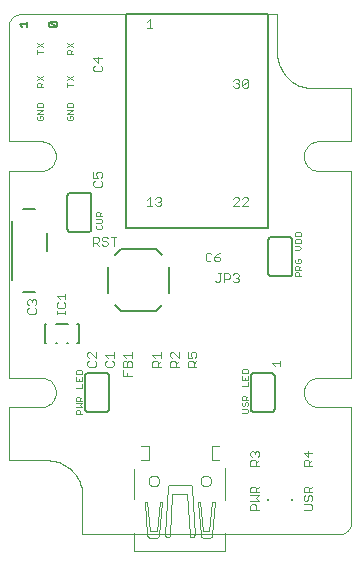
<source format=gto>
G75*
G70*
%OFA0B0*%
%FSLAX24Y24*%
%IPPOS*%
%LPD*%
%AMOC8*
5,1,8,0,0,1.08239X$1,22.5*
%
%ADD10C,0.0040*%
%ADD11C,0.0000*%
%ADD12C,0.0050*%
%ADD13C,0.0030*%
%ADD14C,0.0060*%
%ADD15R,0.0079X0.0079*%
%ADD16C,0.0020*%
%ADD17C,0.0080*%
D10*
X004690Y004889D02*
X004690Y004990D01*
X004723Y005023D01*
X004790Y005023D01*
X004823Y004990D01*
X004823Y004889D01*
X004890Y004889D02*
X004690Y004889D01*
X004690Y005110D02*
X004890Y005110D01*
X004823Y005177D01*
X004890Y005244D01*
X004690Y005244D01*
X004690Y005331D02*
X004690Y005431D01*
X004723Y005465D01*
X004790Y005465D01*
X004823Y005431D01*
X004823Y005331D01*
X004890Y005331D02*
X004690Y005331D01*
X004823Y005398D02*
X004890Y005465D01*
X004890Y005773D02*
X004690Y005773D01*
X004890Y005773D02*
X004890Y005907D01*
X004890Y005994D02*
X004890Y006128D01*
X004890Y006215D02*
X004890Y006315D01*
X004857Y006349D01*
X004723Y006349D01*
X004690Y006315D01*
X004690Y006215D01*
X004890Y006215D01*
X004790Y006061D02*
X004790Y005994D01*
X004690Y005994D02*
X004890Y005994D01*
X004690Y005994D02*
X004690Y006128D01*
X006828Y003817D02*
X007114Y003817D01*
X007114Y003372D01*
X006828Y003372D01*
X006622Y003046D02*
X006622Y002048D01*
X006972Y001944D02*
X007054Y001944D01*
X007156Y001004D01*
X007360Y001004D01*
X007462Y001944D01*
X007544Y001944D01*
X007442Y000861D01*
X007442Y000860D02*
X007438Y000841D01*
X007432Y000822D01*
X007422Y000805D01*
X007410Y000789D01*
X007395Y000776D01*
X007378Y000765D01*
X007360Y000758D01*
X007135Y000758D02*
X007117Y000765D01*
X007100Y000776D01*
X007085Y000789D01*
X007073Y000805D01*
X007063Y000822D01*
X007057Y000841D01*
X007053Y000860D01*
X007054Y000861D02*
X006972Y001944D01*
X007136Y000759D02*
X007173Y000750D01*
X007210Y000744D01*
X007248Y000742D01*
X007286Y000744D01*
X007323Y000750D01*
X007360Y000759D01*
X007646Y000861D02*
X007728Y002455D01*
X007727Y002455D02*
X007730Y002473D01*
X007737Y002490D01*
X007746Y002505D01*
X007759Y002518D01*
X007774Y002527D01*
X007791Y002534D01*
X007809Y002537D01*
X007810Y002537D02*
X008464Y002537D01*
X008482Y002534D01*
X008499Y002527D01*
X008514Y002518D01*
X008527Y002505D01*
X008536Y002490D01*
X008543Y002473D01*
X008546Y002455D01*
X008545Y002455D02*
X008627Y000861D01*
X008625Y000845D01*
X008621Y000830D01*
X008613Y000815D01*
X008603Y000803D01*
X008591Y000793D01*
X008576Y000785D01*
X008561Y000781D01*
X008545Y000779D01*
X008529Y000781D01*
X008514Y000785D01*
X008499Y000793D01*
X008487Y000803D01*
X008477Y000815D01*
X008469Y000830D01*
X008465Y000845D01*
X008463Y000861D01*
X008464Y000861D02*
X008382Y002209D01*
X007891Y002209D01*
X007810Y000861D01*
X007808Y000845D01*
X007804Y000830D01*
X007796Y000815D01*
X007786Y000803D01*
X007774Y000793D01*
X007759Y000785D01*
X007744Y000781D01*
X007728Y000779D01*
X007728Y000779D01*
X007712Y000781D01*
X007697Y000785D01*
X007682Y000793D01*
X007670Y000803D01*
X007660Y000815D01*
X007652Y000830D01*
X007648Y000845D01*
X007646Y000861D01*
X006624Y000921D02*
X006624Y000329D01*
X009649Y000329D01*
X009649Y000921D01*
X009220Y000861D02*
X009302Y001944D01*
X009220Y001944D01*
X009118Y001004D01*
X008913Y001004D01*
X008811Y001944D01*
X008729Y001944D01*
X008832Y000861D01*
X008831Y000860D02*
X008835Y000841D01*
X008841Y000822D01*
X008851Y000805D01*
X008863Y000789D01*
X008878Y000776D01*
X008895Y000765D01*
X008913Y000758D01*
X009138Y000758D02*
X009156Y000765D01*
X009173Y000776D01*
X009188Y000789D01*
X009200Y000805D01*
X009210Y000822D01*
X009216Y000841D01*
X009220Y000860D01*
X009138Y000759D02*
X009101Y000750D01*
X009064Y000744D01*
X009026Y000742D01*
X008988Y000744D01*
X008951Y000750D01*
X008914Y000759D01*
X009649Y000329D02*
X009649Y000329D01*
X009651Y000327D02*
X006622Y000327D01*
X009200Y003372D02*
X009200Y003823D01*
X009449Y003823D01*
X009445Y003372D02*
X009200Y003372D01*
X009651Y003086D02*
X009651Y002028D01*
X010202Y004925D02*
X010368Y004925D01*
X010402Y004958D01*
X010402Y005025D01*
X010368Y005058D01*
X010202Y005058D01*
X010235Y005146D02*
X010268Y005146D01*
X010302Y005179D01*
X010302Y005246D01*
X010335Y005279D01*
X010368Y005279D01*
X010402Y005246D01*
X010402Y005179D01*
X010368Y005146D01*
X010235Y005146D02*
X010202Y005179D01*
X010202Y005246D01*
X010235Y005279D01*
X010202Y005367D02*
X010202Y005467D01*
X010235Y005500D01*
X010302Y005500D01*
X010335Y005467D01*
X010335Y005367D01*
X010335Y005434D02*
X010402Y005500D01*
X010402Y005367D02*
X010202Y005367D01*
X010202Y005809D02*
X010402Y005809D01*
X010402Y005942D01*
X010402Y006030D02*
X010402Y006163D01*
X010402Y006251D02*
X010402Y006351D01*
X010368Y006384D01*
X010235Y006384D01*
X010202Y006351D01*
X010202Y006251D01*
X010402Y006251D01*
X010302Y006097D02*
X010302Y006030D01*
X010202Y006030D02*
X010402Y006030D01*
X010202Y006030D02*
X010202Y006163D01*
X011973Y009484D02*
X011973Y009584D01*
X012007Y009617D01*
X012073Y009617D01*
X012107Y009584D01*
X012107Y009484D01*
X012173Y009484D02*
X011973Y009484D01*
X011973Y009705D02*
X011973Y009805D01*
X012007Y009838D01*
X012073Y009838D01*
X012107Y009805D01*
X012107Y009705D01*
X012173Y009705D02*
X011973Y009705D01*
X012107Y009772D02*
X012173Y009838D01*
X012140Y009926D02*
X012007Y009926D01*
X011973Y009959D01*
X011973Y010026D01*
X012007Y010059D01*
X012073Y010059D02*
X012073Y009993D01*
X012073Y010059D02*
X012140Y010059D01*
X012173Y010026D01*
X012173Y009959D01*
X012140Y009926D01*
X012107Y010368D02*
X011973Y010368D01*
X011973Y010501D02*
X012107Y010501D01*
X012173Y010435D01*
X012107Y010368D01*
X012173Y010589D02*
X011973Y010589D01*
X011973Y010689D01*
X012007Y010722D01*
X012140Y010722D01*
X012173Y010689D01*
X012173Y010589D01*
X012173Y010810D02*
X011973Y010810D01*
X011973Y010910D01*
X012007Y010943D01*
X012140Y010943D01*
X012173Y010910D01*
X012173Y010810D01*
X005558Y011079D02*
X005558Y011145D01*
X005524Y011179D01*
X005524Y011266D02*
X005358Y011266D01*
X005391Y011179D02*
X005358Y011145D01*
X005358Y011079D01*
X005391Y011045D01*
X005524Y011045D01*
X005558Y011079D01*
X005524Y011266D02*
X005558Y011300D01*
X005558Y011366D01*
X005524Y011400D01*
X005358Y011400D01*
X005358Y011487D02*
X005358Y011587D01*
X005391Y011621D01*
X005458Y011621D01*
X005491Y011587D01*
X005491Y011487D01*
X005558Y011487D02*
X005358Y011487D01*
X005491Y011554D02*
X005558Y011621D01*
X004540Y014687D02*
X004407Y014687D01*
X004373Y014720D01*
X004373Y014787D01*
X004407Y014821D01*
X004473Y014821D02*
X004473Y014754D01*
X004473Y014821D02*
X004540Y014821D01*
X004573Y014787D01*
X004573Y014720D01*
X004540Y014687D01*
X004573Y014908D02*
X004373Y014908D01*
X004573Y015041D01*
X004373Y015041D01*
X004373Y015129D02*
X004373Y015229D01*
X004407Y015262D01*
X004540Y015262D01*
X004573Y015229D01*
X004573Y015129D01*
X004373Y015129D01*
X004373Y015792D02*
X004373Y015925D01*
X004373Y015859D02*
X004573Y015859D01*
X004573Y016013D02*
X004373Y016146D01*
X004373Y016013D02*
X004573Y016146D01*
X004573Y016897D02*
X004373Y016897D01*
X004373Y016997D01*
X004407Y017030D01*
X004473Y017030D01*
X004507Y016997D01*
X004507Y016897D01*
X004507Y016964D02*
X004573Y017030D01*
X004573Y017118D02*
X004373Y017251D01*
X004373Y017118D02*
X004573Y017251D01*
X003589Y017251D02*
X003389Y017118D01*
X003389Y017030D02*
X003389Y016897D01*
X003389Y016964D02*
X003589Y016964D01*
X003589Y017118D02*
X003389Y017251D01*
X003389Y016146D02*
X003589Y016013D01*
X003589Y015925D02*
X003522Y015859D01*
X003522Y015892D02*
X003522Y015792D01*
X003589Y015792D02*
X003389Y015792D01*
X003389Y015892D01*
X003422Y015925D01*
X003489Y015925D01*
X003522Y015892D01*
X003389Y016013D02*
X003589Y016146D01*
X003556Y015262D02*
X003422Y015262D01*
X003389Y015229D01*
X003389Y015129D01*
X003589Y015129D01*
X003589Y015229D01*
X003556Y015262D01*
X003589Y015041D02*
X003389Y015041D01*
X003389Y014908D02*
X003589Y015041D01*
X003589Y014908D02*
X003389Y014908D01*
X003422Y014821D02*
X003389Y014787D01*
X003389Y014720D01*
X003422Y014687D01*
X003556Y014687D01*
X003589Y014720D01*
X003589Y014787D01*
X003556Y014821D01*
X003489Y014821D01*
X003489Y014754D01*
D11*
X003708Y003348D02*
X002428Y003348D01*
X002428Y005120D01*
X003511Y005120D01*
X003554Y005122D01*
X003596Y005127D01*
X003638Y005137D01*
X003679Y005150D01*
X003719Y005166D01*
X003757Y005186D01*
X003793Y005209D01*
X003827Y005235D01*
X003859Y005264D01*
X003888Y005296D01*
X003914Y005330D01*
X003937Y005366D01*
X003957Y005404D01*
X003973Y005444D01*
X003986Y005485D01*
X003996Y005527D01*
X004001Y005569D01*
X004003Y005612D01*
X004001Y005655D01*
X003996Y005697D01*
X003986Y005739D01*
X003973Y005780D01*
X003957Y005820D01*
X003937Y005858D01*
X003914Y005894D01*
X003888Y005928D01*
X003859Y005960D01*
X003827Y005989D01*
X003793Y006015D01*
X003757Y006038D01*
X003719Y006058D01*
X003679Y006074D01*
X003638Y006087D01*
X003596Y006097D01*
X003554Y006102D01*
X003511Y006104D01*
X002428Y006104D01*
X002428Y012994D01*
X003511Y012994D01*
X003554Y012996D01*
X003596Y013001D01*
X003638Y013011D01*
X003679Y013024D01*
X003719Y013040D01*
X003757Y013060D01*
X003793Y013083D01*
X003827Y013109D01*
X003859Y013138D01*
X003888Y013170D01*
X003914Y013204D01*
X003937Y013240D01*
X003957Y013278D01*
X003973Y013318D01*
X003986Y013359D01*
X003996Y013401D01*
X004001Y013443D01*
X004003Y013486D01*
X004001Y013529D01*
X003996Y013571D01*
X003986Y013613D01*
X003973Y013654D01*
X003957Y013694D01*
X003937Y013732D01*
X003914Y013768D01*
X003888Y013802D01*
X003859Y013834D01*
X003827Y013863D01*
X003793Y013889D01*
X003757Y013912D01*
X003719Y013932D01*
X003679Y013948D01*
X003638Y013961D01*
X003596Y013971D01*
X003554Y013976D01*
X003511Y013978D01*
X002428Y013978D01*
X002428Y017817D01*
X002430Y017856D01*
X002436Y017894D01*
X002445Y017931D01*
X002458Y017968D01*
X002475Y018003D01*
X002494Y018036D01*
X002517Y018067D01*
X002543Y018096D01*
X002572Y018122D01*
X002603Y018145D01*
X002636Y018164D01*
X002671Y018181D01*
X002708Y018194D01*
X002745Y018203D01*
X002783Y018209D01*
X002822Y018211D01*
X002822Y018210D02*
X011385Y018210D01*
X011385Y016931D01*
X011387Y016865D01*
X011392Y016799D01*
X011402Y016733D01*
X011415Y016668D01*
X011431Y016604D01*
X011451Y016541D01*
X011475Y016479D01*
X011502Y016419D01*
X011532Y016360D01*
X011566Y016303D01*
X011603Y016248D01*
X011643Y016195D01*
X011685Y016144D01*
X011731Y016096D01*
X011779Y016050D01*
X011830Y016008D01*
X011883Y015968D01*
X011938Y015931D01*
X011995Y015897D01*
X012054Y015867D01*
X012114Y015840D01*
X012176Y015816D01*
X012239Y015796D01*
X012303Y015780D01*
X012368Y015767D01*
X012434Y015757D01*
X012500Y015752D01*
X012566Y015750D01*
X013845Y015750D01*
X013845Y013978D01*
X012763Y013978D01*
X012720Y013976D01*
X012678Y013971D01*
X012636Y013961D01*
X012595Y013948D01*
X012555Y013932D01*
X012517Y013912D01*
X012481Y013889D01*
X012447Y013863D01*
X012415Y013834D01*
X012386Y013802D01*
X012360Y013768D01*
X012337Y013732D01*
X012317Y013694D01*
X012301Y013654D01*
X012288Y013613D01*
X012278Y013571D01*
X012273Y013529D01*
X012271Y013486D01*
X012273Y013443D01*
X012278Y013401D01*
X012288Y013359D01*
X012301Y013318D01*
X012317Y013278D01*
X012337Y013240D01*
X012360Y013204D01*
X012386Y013170D01*
X012415Y013138D01*
X012447Y013109D01*
X012481Y013083D01*
X012517Y013060D01*
X012555Y013040D01*
X012595Y013024D01*
X012636Y013011D01*
X012678Y013001D01*
X012720Y012996D01*
X012763Y012994D01*
X013845Y012994D01*
X013845Y006104D01*
X012763Y006104D01*
X012720Y006102D01*
X012678Y006097D01*
X012636Y006087D01*
X012595Y006074D01*
X012555Y006058D01*
X012517Y006038D01*
X012481Y006015D01*
X012447Y005989D01*
X012415Y005960D01*
X012386Y005928D01*
X012360Y005894D01*
X012337Y005858D01*
X012317Y005820D01*
X012301Y005780D01*
X012288Y005739D01*
X012278Y005697D01*
X012273Y005655D01*
X012271Y005612D01*
X012273Y005569D01*
X012278Y005527D01*
X012288Y005485D01*
X012301Y005444D01*
X012317Y005404D01*
X012337Y005366D01*
X012360Y005330D01*
X012386Y005296D01*
X012415Y005264D01*
X012447Y005235D01*
X012481Y005209D01*
X012517Y005186D01*
X012555Y005166D01*
X012595Y005150D01*
X012636Y005137D01*
X012678Y005127D01*
X012720Y005122D01*
X012763Y005120D01*
X013845Y005120D01*
X013845Y001281D01*
X013846Y001281D02*
X013844Y001242D01*
X013838Y001204D01*
X013829Y001167D01*
X013816Y001130D01*
X013799Y001095D01*
X013780Y001062D01*
X013757Y001031D01*
X013731Y001002D01*
X013702Y000976D01*
X013671Y000953D01*
X013638Y000934D01*
X013603Y000917D01*
X013566Y000904D01*
X013529Y000895D01*
X013491Y000889D01*
X013452Y000887D01*
X013452Y000888D02*
X004889Y000888D01*
X004889Y002167D01*
X004887Y002233D01*
X004882Y002299D01*
X004872Y002365D01*
X004859Y002430D01*
X004843Y002494D01*
X004823Y002557D01*
X004799Y002619D01*
X004772Y002679D01*
X004742Y002738D01*
X004708Y002795D01*
X004671Y002850D01*
X004631Y002903D01*
X004589Y002954D01*
X004543Y003002D01*
X004495Y003048D01*
X004444Y003090D01*
X004391Y003130D01*
X004336Y003167D01*
X004279Y003201D01*
X004220Y003231D01*
X004160Y003258D01*
X004098Y003282D01*
X004035Y003302D01*
X003971Y003318D01*
X003906Y003331D01*
X003840Y003341D01*
X003774Y003346D01*
X003708Y003348D01*
X007094Y002659D02*
X007096Y002685D01*
X007102Y002711D01*
X007112Y002736D01*
X007125Y002759D01*
X007141Y002779D01*
X007161Y002797D01*
X007183Y002812D01*
X007206Y002824D01*
X007232Y002832D01*
X007258Y002836D01*
X007284Y002836D01*
X007310Y002832D01*
X007336Y002824D01*
X007360Y002812D01*
X007381Y002797D01*
X007401Y002779D01*
X007417Y002759D01*
X007430Y002736D01*
X007440Y002711D01*
X007446Y002685D01*
X007448Y002659D01*
X007446Y002633D01*
X007440Y002607D01*
X007430Y002582D01*
X007417Y002559D01*
X007401Y002539D01*
X007381Y002521D01*
X007359Y002506D01*
X007336Y002494D01*
X007310Y002486D01*
X007284Y002482D01*
X007258Y002482D01*
X007232Y002486D01*
X007206Y002494D01*
X007182Y002506D01*
X007161Y002521D01*
X007141Y002539D01*
X007125Y002559D01*
X007112Y002582D01*
X007102Y002607D01*
X007096Y002633D01*
X007094Y002659D01*
X008826Y002659D02*
X008828Y002685D01*
X008834Y002711D01*
X008844Y002736D01*
X008857Y002759D01*
X008873Y002779D01*
X008893Y002797D01*
X008915Y002812D01*
X008938Y002824D01*
X008964Y002832D01*
X008990Y002836D01*
X009016Y002836D01*
X009042Y002832D01*
X009068Y002824D01*
X009092Y002812D01*
X009113Y002797D01*
X009133Y002779D01*
X009149Y002759D01*
X009162Y002736D01*
X009172Y002711D01*
X009178Y002685D01*
X009180Y002659D01*
X009178Y002633D01*
X009172Y002607D01*
X009162Y002582D01*
X009149Y002559D01*
X009133Y002539D01*
X009113Y002521D01*
X009091Y002506D01*
X009068Y002494D01*
X009042Y002486D01*
X009016Y002482D01*
X008990Y002482D01*
X008964Y002486D01*
X008938Y002494D01*
X008914Y002506D01*
X008893Y002521D01*
X008873Y002539D01*
X008857Y002559D01*
X008844Y002582D01*
X008834Y002607D01*
X008828Y002633D01*
X008826Y002659D01*
D12*
X007349Y008328D02*
X006168Y008328D01*
X005971Y008525D01*
X005735Y008919D02*
X005735Y009785D01*
X005971Y010179D02*
X006168Y010376D01*
X007349Y010376D01*
X007546Y010179D01*
X007782Y009785D02*
X007782Y008919D01*
X007546Y008525D02*
X007349Y008328D01*
X006345Y011104D02*
X011089Y011104D01*
X011089Y018230D01*
X006345Y018230D01*
X006345Y011104D01*
X003708Y010927D02*
X003708Y010336D01*
X003314Y008958D02*
X002920Y008958D01*
X002527Y009352D02*
X002527Y011321D01*
X002920Y011714D02*
X003314Y011714D01*
D13*
X005252Y012521D02*
X005300Y012473D01*
X005494Y012473D01*
X005542Y012521D01*
X005542Y012618D01*
X005494Y012666D01*
X005494Y012767D02*
X005542Y012816D01*
X005542Y012912D01*
X005494Y012961D01*
X005397Y012961D01*
X005349Y012912D01*
X005349Y012864D01*
X005397Y012767D01*
X005252Y012767D01*
X005252Y012961D01*
X005300Y012666D02*
X005252Y012618D01*
X005252Y012521D01*
X005240Y010794D02*
X005385Y010794D01*
X005434Y010746D01*
X005434Y010649D01*
X005385Y010601D01*
X005240Y010601D01*
X005337Y010601D02*
X005434Y010504D01*
X005535Y010552D02*
X005583Y010504D01*
X005680Y010504D01*
X005728Y010552D01*
X005728Y010601D01*
X005680Y010649D01*
X005583Y010649D01*
X005535Y010697D01*
X005535Y010746D01*
X005583Y010794D01*
X005680Y010794D01*
X005728Y010746D01*
X005830Y010794D02*
X006023Y010794D01*
X005926Y010794D02*
X005926Y010504D01*
X005240Y010504D02*
X005240Y010794D01*
X004321Y008908D02*
X004321Y008714D01*
X004321Y008811D02*
X004030Y008811D01*
X004127Y008714D01*
X004079Y008613D02*
X004030Y008565D01*
X004030Y008468D01*
X004079Y008420D01*
X004272Y008420D01*
X004321Y008468D01*
X004321Y008565D01*
X004272Y008613D01*
X004321Y008320D02*
X004321Y008223D01*
X004321Y008272D02*
X004030Y008272D01*
X004030Y008320D02*
X004030Y008223D01*
X003344Y008280D02*
X003344Y008376D01*
X003296Y008425D01*
X003296Y008526D02*
X003344Y008574D01*
X003344Y008671D01*
X003296Y008719D01*
X003247Y008719D01*
X003199Y008671D01*
X003199Y008623D01*
X003199Y008671D02*
X003151Y008719D01*
X003102Y008719D01*
X003054Y008671D01*
X003054Y008574D01*
X003102Y008526D01*
X003102Y008425D02*
X003054Y008376D01*
X003054Y008280D01*
X003102Y008231D01*
X003296Y008231D01*
X003344Y008280D01*
X005055Y006909D02*
X005055Y006812D01*
X005103Y006763D01*
X005103Y006662D02*
X005055Y006614D01*
X005055Y006517D01*
X005103Y006469D01*
X005297Y006469D01*
X005345Y006517D01*
X005345Y006614D01*
X005297Y006662D01*
X005345Y006763D02*
X005152Y006957D01*
X005103Y006957D01*
X005055Y006909D01*
X005345Y006957D02*
X005345Y006763D01*
X005646Y006860D02*
X005742Y006763D01*
X005694Y006662D02*
X005646Y006614D01*
X005646Y006517D01*
X005694Y006469D01*
X005887Y006469D01*
X005936Y006517D01*
X005936Y006614D01*
X005887Y006662D01*
X005936Y006763D02*
X005936Y006957D01*
X005936Y006860D02*
X005646Y006860D01*
X006236Y006860D02*
X006526Y006860D01*
X006526Y006763D02*
X006526Y006957D01*
X006333Y006763D02*
X006236Y006860D01*
X006285Y006662D02*
X006333Y006662D01*
X006381Y006614D01*
X006381Y006469D01*
X006236Y006469D02*
X006236Y006614D01*
X006285Y006662D01*
X006381Y006614D02*
X006430Y006662D01*
X006478Y006662D01*
X006526Y006614D01*
X006526Y006469D01*
X006236Y006469D01*
X006236Y006368D02*
X006236Y006174D01*
X006526Y006174D01*
X006381Y006174D02*
X006381Y006271D01*
X007220Y006469D02*
X007220Y006614D01*
X007269Y006662D01*
X007366Y006662D01*
X007414Y006614D01*
X007414Y006469D01*
X007414Y006565D02*
X007511Y006662D01*
X007511Y006763D02*
X007511Y006957D01*
X007511Y006860D02*
X007220Y006860D01*
X007317Y006763D01*
X007220Y006469D02*
X007511Y006469D01*
X007811Y006469D02*
X007811Y006614D01*
X007859Y006662D01*
X007956Y006662D01*
X008004Y006614D01*
X008004Y006469D01*
X008004Y006565D02*
X008101Y006662D01*
X008101Y006763D02*
X007908Y006957D01*
X007859Y006957D01*
X007811Y006909D01*
X007811Y006812D01*
X007859Y006763D01*
X008101Y006763D02*
X008101Y006957D01*
X008401Y006957D02*
X008401Y006763D01*
X008547Y006763D01*
X008498Y006860D01*
X008498Y006909D01*
X008547Y006957D01*
X008643Y006957D01*
X008692Y006909D01*
X008692Y006812D01*
X008643Y006763D01*
X008692Y006662D02*
X008595Y006565D01*
X008595Y006614D02*
X008595Y006469D01*
X008692Y006469D02*
X008401Y006469D01*
X008401Y006614D01*
X008450Y006662D01*
X008547Y006662D01*
X008595Y006614D01*
X008101Y006469D02*
X007811Y006469D01*
X009365Y009292D02*
X009414Y009292D01*
X009462Y009341D01*
X009462Y009583D01*
X009414Y009583D02*
X009511Y009583D01*
X009612Y009583D02*
X009757Y009583D01*
X009805Y009534D01*
X009805Y009437D01*
X009757Y009389D01*
X009612Y009389D01*
X009612Y009292D02*
X009612Y009583D01*
X009906Y009534D02*
X009955Y009583D01*
X010052Y009583D01*
X010100Y009534D01*
X010100Y009486D01*
X010052Y009437D01*
X010100Y009389D01*
X010100Y009341D01*
X010052Y009292D01*
X009955Y009292D01*
X009906Y009341D01*
X010003Y009437D02*
X010052Y009437D01*
X009482Y010027D02*
X009482Y010075D01*
X009433Y010123D01*
X009288Y010123D01*
X009288Y010027D01*
X009337Y009978D01*
X009433Y009978D01*
X009482Y010027D01*
X009385Y010220D02*
X009288Y010123D01*
X009385Y010220D02*
X009482Y010268D01*
X009187Y010220D02*
X009139Y010268D01*
X009042Y010268D01*
X008994Y010220D01*
X008994Y010027D01*
X009042Y009978D01*
X009139Y009978D01*
X009187Y010027D01*
X009317Y009341D02*
X009365Y009292D01*
X009923Y011828D02*
X010117Y012021D01*
X010117Y012070D01*
X010069Y012118D01*
X009972Y012118D01*
X009923Y012070D01*
X009923Y011828D02*
X010117Y011828D01*
X010218Y011828D02*
X010412Y012021D01*
X010412Y012070D01*
X010363Y012118D01*
X010266Y012118D01*
X010218Y012070D01*
X010218Y011828D02*
X010412Y011828D01*
X010363Y015765D02*
X010266Y015765D01*
X010218Y015813D01*
X010412Y016007D01*
X010412Y015813D01*
X010363Y015765D01*
X010218Y015813D02*
X010218Y016007D01*
X010266Y016055D01*
X010363Y016055D01*
X010412Y016007D01*
X010117Y016007D02*
X010117Y015958D01*
X010069Y015910D01*
X010117Y015861D01*
X010117Y015813D01*
X010069Y015765D01*
X009972Y015765D01*
X009923Y015813D01*
X010020Y015910D02*
X010069Y015910D01*
X010117Y016007D02*
X010069Y016055D01*
X009972Y016055D01*
X009923Y016007D01*
X007223Y017753D02*
X007030Y017753D01*
X007126Y017753D02*
X007126Y018043D01*
X007030Y017946D01*
X005542Y016751D02*
X005252Y016751D01*
X005397Y016606D01*
X005397Y016799D01*
X005300Y016505D02*
X005252Y016456D01*
X005252Y016360D01*
X005300Y016311D01*
X005494Y016311D01*
X005542Y016360D01*
X005542Y016456D01*
X005494Y016505D01*
X007126Y012118D02*
X007126Y011828D01*
X007030Y011828D02*
X007223Y011828D01*
X007324Y011876D02*
X007373Y011828D01*
X007469Y011828D01*
X007518Y011876D01*
X007518Y011924D01*
X007469Y011973D01*
X007421Y011973D01*
X007469Y011973D02*
X007518Y012021D01*
X007518Y012070D01*
X007469Y012118D01*
X007373Y012118D01*
X007324Y012070D01*
X007126Y012118D02*
X007030Y012021D01*
X010537Y003654D02*
X010586Y003654D01*
X010634Y003606D01*
X010682Y003654D01*
X010731Y003654D01*
X010779Y003606D01*
X010779Y003509D01*
X010731Y003461D01*
X010779Y003360D02*
X010682Y003263D01*
X010682Y003311D02*
X010682Y003166D01*
X010779Y003166D02*
X010489Y003166D01*
X010489Y003311D01*
X010537Y003360D01*
X010634Y003360D01*
X010682Y003311D01*
X010537Y003461D02*
X010489Y003509D01*
X010489Y003606D01*
X010537Y003654D01*
X010634Y003606D02*
X010634Y003558D01*
X010634Y002473D02*
X010682Y002424D01*
X010682Y002279D01*
X010682Y002376D02*
X010779Y002473D01*
X010634Y002473D02*
X010537Y002473D01*
X010489Y002424D01*
X010489Y002279D01*
X010779Y002279D01*
X010779Y002178D02*
X010489Y002178D01*
X010489Y001985D02*
X010779Y001985D01*
X010682Y002081D01*
X010779Y002178D01*
X010634Y001883D02*
X010682Y001835D01*
X010682Y001690D01*
X010779Y001690D02*
X010489Y001690D01*
X010489Y001835D01*
X010537Y001883D01*
X010634Y001883D01*
X012261Y001883D02*
X012503Y001883D01*
X012551Y001835D01*
X012551Y001738D01*
X012503Y001690D01*
X012261Y001690D01*
X012309Y001985D02*
X012357Y001985D01*
X012406Y002033D01*
X012406Y002130D01*
X012454Y002178D01*
X012503Y002178D01*
X012551Y002130D01*
X012551Y002033D01*
X012503Y001985D01*
X012551Y002279D02*
X012261Y002279D01*
X012261Y002424D01*
X012309Y002473D01*
X012406Y002473D01*
X012454Y002424D01*
X012454Y002279D01*
X012454Y002376D02*
X012551Y002473D01*
X012309Y002178D02*
X012261Y002130D01*
X012261Y002033D01*
X012309Y001985D01*
X012261Y003166D02*
X012261Y003311D01*
X012309Y003360D01*
X012406Y003360D01*
X012454Y003311D01*
X012454Y003166D01*
X012551Y003166D02*
X012261Y003166D01*
X012454Y003263D02*
X012551Y003360D01*
X012406Y003461D02*
X012406Y003654D01*
X012551Y003606D02*
X012261Y003606D01*
X012406Y003461D01*
D14*
X011783Y009489D02*
X011183Y009489D01*
X011166Y009491D01*
X011149Y009495D01*
X011133Y009502D01*
X011119Y009512D01*
X011106Y009525D01*
X011096Y009539D01*
X011089Y009555D01*
X011085Y009572D01*
X011083Y009589D01*
X011083Y010689D01*
X011085Y010706D01*
X011089Y010723D01*
X011096Y010739D01*
X011106Y010753D01*
X011119Y010766D01*
X011133Y010776D01*
X011149Y010783D01*
X011166Y010787D01*
X011183Y010789D01*
X011783Y010789D01*
X011800Y010787D01*
X011817Y010783D01*
X011833Y010776D01*
X011847Y010766D01*
X011860Y010753D01*
X011870Y010739D01*
X011877Y010723D01*
X011881Y010706D01*
X011883Y010689D01*
X011883Y009589D01*
X011881Y009572D01*
X011877Y009555D01*
X011870Y009539D01*
X011860Y009525D01*
X011847Y009512D01*
X011833Y009502D01*
X011817Y009495D01*
X011800Y009491D01*
X011783Y009489D01*
X004760Y007899D02*
X004760Y007261D01*
X004722Y007261D01*
X004405Y007261D02*
X004368Y007261D01*
X004031Y007261D02*
X003994Y007261D01*
X003677Y007261D02*
X003640Y007261D01*
X003640Y007899D01*
X003677Y007899D01*
X003994Y007899D02*
X004405Y007899D01*
X004722Y007899D02*
X004760Y007899D01*
X003997Y017793D02*
X003823Y017793D01*
X003780Y017836D01*
X003780Y017923D01*
X003823Y017967D01*
X003997Y017793D01*
X004040Y017836D01*
X004040Y017923D01*
X003997Y017967D01*
X003823Y017967D01*
X003056Y017967D02*
X003056Y017793D01*
X003056Y017880D02*
X002796Y017880D01*
X002883Y017793D01*
D15*
X011089Y002029D03*
X011877Y002029D03*
D16*
X011489Y006484D02*
X011489Y006671D01*
X011489Y006578D02*
X011209Y006578D01*
X011302Y006484D01*
D17*
X011193Y006262D02*
X010593Y006262D01*
X010576Y006260D01*
X010559Y006256D01*
X010543Y006249D01*
X010529Y006239D01*
X010516Y006226D01*
X010506Y006212D01*
X010499Y006196D01*
X010495Y006179D01*
X010493Y006162D01*
X010493Y005062D01*
X010495Y005045D01*
X010499Y005028D01*
X010506Y005012D01*
X010516Y004998D01*
X010529Y004985D01*
X010543Y004975D01*
X010559Y004968D01*
X010576Y004964D01*
X010593Y004962D01*
X011193Y004962D01*
X011210Y004964D01*
X011227Y004968D01*
X011243Y004975D01*
X011257Y004985D01*
X011270Y004998D01*
X011280Y005012D01*
X011287Y005028D01*
X011291Y005045D01*
X011293Y005062D01*
X011293Y006162D01*
X011291Y006179D01*
X011287Y006196D01*
X011280Y006212D01*
X011270Y006226D01*
X011257Y006239D01*
X011243Y006249D01*
X011227Y006256D01*
X011210Y006260D01*
X011193Y006262D01*
X005781Y006162D02*
X005781Y005062D01*
X005779Y005045D01*
X005775Y005028D01*
X005768Y005012D01*
X005758Y004998D01*
X005745Y004985D01*
X005731Y004975D01*
X005715Y004968D01*
X005698Y004964D01*
X005681Y004962D01*
X005081Y004962D01*
X005064Y004964D01*
X005047Y004968D01*
X005031Y004975D01*
X005017Y004985D01*
X005004Y004998D01*
X004994Y005012D01*
X004987Y005028D01*
X004983Y005045D01*
X004981Y005062D01*
X004981Y006162D01*
X004983Y006179D01*
X004987Y006196D01*
X004994Y006212D01*
X005004Y006226D01*
X005017Y006239D01*
X005031Y006249D01*
X005047Y006256D01*
X005064Y006260D01*
X005081Y006262D01*
X005681Y006262D01*
X005698Y006260D01*
X005715Y006256D01*
X005731Y006249D01*
X005745Y006239D01*
X005758Y006226D01*
X005768Y006212D01*
X005775Y006196D01*
X005779Y006179D01*
X005781Y006162D01*
X005090Y010966D02*
X004490Y010966D01*
X004473Y010968D01*
X004456Y010972D01*
X004440Y010979D01*
X004426Y010989D01*
X004413Y011002D01*
X004403Y011016D01*
X004396Y011032D01*
X004392Y011049D01*
X004390Y011066D01*
X004390Y012166D01*
X004392Y012183D01*
X004396Y012200D01*
X004403Y012216D01*
X004413Y012230D01*
X004426Y012243D01*
X004440Y012253D01*
X004456Y012260D01*
X004473Y012264D01*
X004490Y012266D01*
X005090Y012266D01*
X005107Y012264D01*
X005124Y012260D01*
X005140Y012253D01*
X005154Y012243D01*
X005167Y012230D01*
X005177Y012216D01*
X005184Y012200D01*
X005188Y012183D01*
X005190Y012166D01*
X005190Y011066D01*
X005188Y011049D01*
X005184Y011032D01*
X005177Y011016D01*
X005167Y011002D01*
X005154Y010989D01*
X005140Y010979D01*
X005124Y010972D01*
X005107Y010968D01*
X005090Y010966D01*
M02*

</source>
